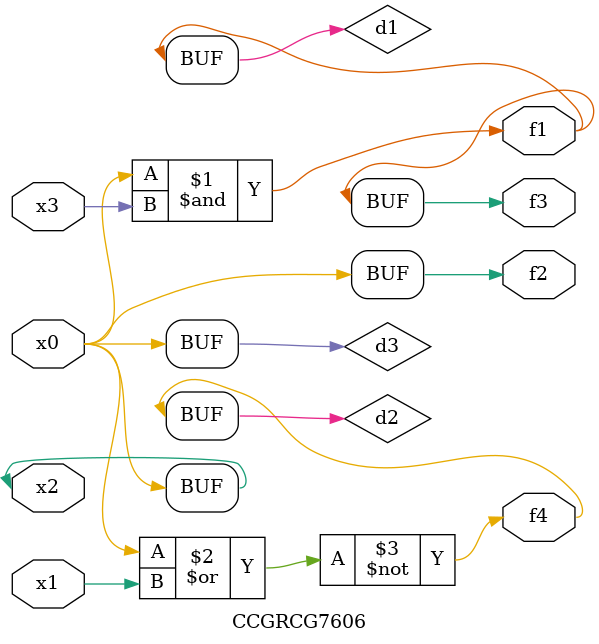
<source format=v>
module CCGRCG7606(
	input x0, x1, x2, x3,
	output f1, f2, f3, f4
);

	wire d1, d2, d3;

	and (d1, x2, x3);
	nor (d2, x0, x1);
	buf (d3, x0, x2);
	assign f1 = d1;
	assign f2 = d3;
	assign f3 = d1;
	assign f4 = d2;
endmodule

</source>
